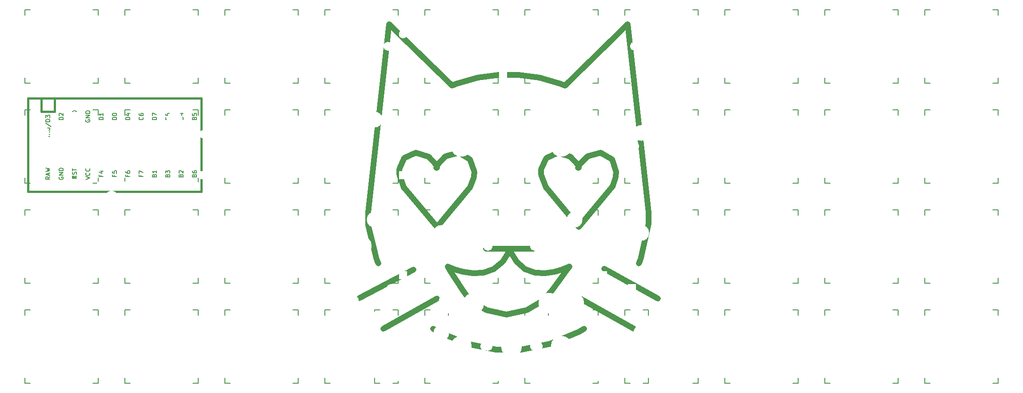
<source format=gto>
%TF.GenerationSoftware,KiCad,Pcbnew,(5.1.12-1-10_14)*%
%TF.CreationDate,2022-02-28T21:29:04-07:00*%
%TF.ProjectId,banime40,62616e69-6d65-4343-902e-6b696361645f,rev?*%
%TF.SameCoordinates,Original*%
%TF.FileFunction,Legend,Top*%
%TF.FilePolarity,Positive*%
%FSLAX46Y46*%
G04 Gerber Fmt 4.6, Leading zero omitted, Abs format (unit mm)*
G04 Created by KiCad (PCBNEW (5.1.12-1-10_14)) date 2022-02-28 21:29:04*
%MOMM*%
%LPD*%
G01*
G04 APERTURE LIST*
%ADD10C,1.102500*%
%ADD11C,0.150000*%
%ADD12C,0.381000*%
%ADD13C,1.701800*%
%ADD14C,3.987800*%
%ADD15C,3.000000*%
%ADD16C,3.048000*%
%ADD17C,2.200000*%
%ADD18R,1.600000X1.600000*%
%ADD19C,1.600000*%
%ADD20C,1.752600*%
%ADD21R,1.752600X1.752600*%
G04 APERTURE END LIST*
D10*
X162337970Y-99256120D02*
X162645620Y-98498545D01*
X109040495Y-105835840D02*
X119402526Y-100389910D01*
X112401545Y-98498545D02*
X112703421Y-99256120D01*
X110812055Y-91919035D02*
X112401545Y-98498545D01*
X110812055Y-89475160D02*
X110812055Y-91919035D01*
X114788406Y-53671840D02*
X110812055Y-89475160D01*
X126791060Y-65378500D02*
X114788406Y-53671840D01*
X127571525Y-65048065D02*
X126791060Y-65378500D01*
X131695820Y-63857470D02*
X127571525Y-65048065D01*
X135643715Y-63333310D02*
X131695820Y-63857470D01*
X136953905Y-63333310D02*
X135643715Y-63333310D01*
X138093155Y-63333310D02*
X136953905Y-63333310D01*
X139409120Y-63333310D02*
X138093155Y-63333310D01*
X143356805Y-63857470D02*
X139409120Y-63333310D01*
X147475430Y-65048065D02*
X143356805Y-63857470D01*
X148256000Y-65378500D02*
X147475430Y-65048065D01*
X160253090Y-53671840D02*
X148256000Y-65378500D01*
X164235005Y-89475160D02*
X160253090Y-53671840D01*
X164235005Y-91730980D02*
X164235005Y-89475160D01*
X128027225Y-78184405D02*
X130175000Y-79375000D01*
X125526545Y-78811045D02*
X128027225Y-78184405D01*
X123959840Y-80406205D02*
X125526545Y-78811045D01*
X123714980Y-81049855D02*
X123959840Y-80406205D01*
X150739670Y-80434660D02*
X150938960Y-81049855D01*
X149292665Y-78868060D02*
X150739670Y-80434660D01*
X146894465Y-78167395D02*
X149292665Y-78868060D01*
X144712670Y-79141480D02*
X146894465Y-78167395D01*
X143732810Y-81277705D02*
X144712670Y-79141480D01*
X143715696Y-81995485D02*
X143732810Y-81277705D01*
X143715696Y-82263235D02*
X143715696Y-81995485D01*
X144615860Y-84724120D02*
X143715696Y-82263235D01*
X144786695Y-84929185D02*
X144615860Y-84724120D01*
X150938960Y-92317720D02*
X144786695Y-84929185D01*
X157211030Y-84741235D02*
X150938960Y-92317720D01*
X157319180Y-84581635D02*
X157211030Y-84741235D01*
X157957265Y-82793065D02*
X157319180Y-84581635D01*
X157968710Y-82605010D02*
X157957265Y-82793065D01*
X158019950Y-81813205D02*
X157968710Y-82605010D01*
X157216700Y-79375000D02*
X158019950Y-81813205D01*
X155069135Y-78184405D02*
X157216700Y-79375000D01*
X152568245Y-78811045D02*
X155069135Y-78184405D01*
X151001750Y-80406205D02*
X152568245Y-78811045D01*
X150756680Y-81049855D02*
X151001750Y-80406205D01*
X161392340Y-111640660D02*
X151161245Y-105955435D01*
X165938210Y-105955435D02*
X155707115Y-100270315D01*
X124125006Y-112290086D02*
X123122466Y-111663446D01*
X129639500Y-114580135D02*
X124125006Y-112290086D01*
X135125225Y-115616905D02*
X129639500Y-114580135D01*
X136953905Y-115616905D02*
X135125225Y-115616905D01*
X138093155Y-115616905D02*
X136953905Y-115616905D01*
X139921835Y-115616905D02*
X138093155Y-115616905D01*
X145407665Y-114580135D02*
X139921835Y-115616905D01*
X150916280Y-112290086D02*
X145407665Y-114580135D01*
X151918820Y-111663446D02*
X150916280Y-112290086D01*
X113654615Y-111640660D02*
X123880250Y-105955435D01*
X149099045Y-99848635D02*
X149099045Y-99848635D01*
X149099045Y-99848635D02*
X149099045Y-99848635D01*
X148552100Y-100617655D02*
X149099045Y-99848635D01*
X147270365Y-102395095D02*
X148552100Y-100617655D01*
X145795010Y-104343265D02*
X147270365Y-102395095D01*
X144929075Y-105408595D02*
X145795010Y-104343265D01*
X144672875Y-105647890D02*
X144929075Y-105408595D01*
X143869625Y-106388455D02*
X144672875Y-105647890D01*
X140987060Y-108103105D02*
X143869625Y-106388455D01*
X137096390Y-108968935D02*
X140987060Y-108103105D01*
X133256750Y-108137230D02*
X137096390Y-108968935D01*
X130459760Y-106308655D02*
X133256750Y-108137230D01*
X129719195Y-105522520D02*
X130459760Y-106308655D01*
X129502685Y-105289000D02*
X129719195Y-105522520D01*
X128756450Y-104229340D02*
X129502685Y-105289000D01*
X127486055Y-102309625D02*
X128756450Y-104229340D01*
X126380930Y-100555075D02*
X127486055Y-102309625D01*
X125902445Y-99797290D02*
X126380930Y-100555075D01*
X125902445Y-99797290D02*
X125902445Y-99797290D01*
X125902445Y-99797290D02*
X125902445Y-99797290D01*
X126295460Y-99973900D02*
X125902445Y-99797290D01*
X127355120Y-100389910D02*
X126295460Y-99973900D01*
X128893265Y-100828495D02*
X127355120Y-100389910D01*
X130750295Y-101101915D02*
X128893265Y-100828495D01*
X132738365Y-100999435D02*
X130750295Y-101101915D01*
X134680865Y-100315780D02*
X132738365Y-100999435D01*
X136401290Y-98863106D02*
X134680865Y-100315780D01*
X137495075Y-97074536D02*
X136401290Y-98863106D01*
X137722820Y-96436451D02*
X137495075Y-97074536D01*
X137956445Y-97074536D02*
X137722820Y-96436451D01*
X139033115Y-98868776D02*
X137956445Y-97074536D01*
X140702195Y-100327120D02*
X139033115Y-98868776D01*
X142576445Y-101010775D02*
X140702195Y-100327120D01*
X144479150Y-101124700D02*
X142576445Y-101010775D01*
X146250710Y-100868290D02*
X144479150Y-101124700D01*
X147726170Y-100435375D02*
X146250710Y-100868290D01*
X148728710Y-100025245D02*
X147726170Y-100435375D01*
X149099045Y-99848635D02*
X148728710Y-100025245D01*
X149099045Y-99848635D02*
X149099045Y-99848635D01*
X142274465Y-96436451D02*
X133171280Y-96436451D01*
X123703640Y-80434660D02*
X123902930Y-81049855D01*
X122256635Y-78868060D02*
X123703640Y-80434660D01*
X119852556Y-78167395D02*
X122256635Y-78868060D01*
X117670760Y-79141480D02*
X119852556Y-78167395D01*
X116691005Y-81277705D02*
X117670760Y-79141480D01*
X116673890Y-81995485D02*
X116691005Y-81277705D01*
X116673890Y-82263235D02*
X116673890Y-81995485D01*
X117573950Y-84724120D02*
X116673890Y-82263235D01*
X117744891Y-84929185D02*
X117573950Y-84724120D01*
X123902930Y-92317720D02*
X117744891Y-84929185D01*
X130169225Y-84741235D02*
X123902930Y-92317720D01*
X130277480Y-84581635D02*
X130169225Y-84741235D01*
X130915460Y-82793065D02*
X130277480Y-84581635D01*
X162645620Y-98498545D02*
X164235005Y-91730980D01*
X130926905Y-82605010D02*
X130915460Y-82793065D01*
X130978040Y-81813205D02*
X130926905Y-82605010D01*
X130175000Y-79375000D02*
X130978040Y-81813205D01*
D11*
%TO.C,SW2*%
X211787500Y-50943750D02*
X211787500Y-51943750D01*
X210787500Y-64943750D02*
X211787500Y-64943750D01*
X211787500Y-50943750D02*
X210787500Y-50943750D01*
X211787500Y-63943750D02*
X211787500Y-64943750D01*
X197787500Y-64943750D02*
X197787500Y-63943750D01*
X198787500Y-50943750D02*
X197787500Y-50943750D01*
X197787500Y-64943750D02*
X198787500Y-64943750D01*
X197787500Y-51943750D02*
X197787500Y-50943750D01*
%TO.C,SW3*%
X192737500Y-50943750D02*
X192737500Y-51943750D01*
X191737500Y-64943750D02*
X192737500Y-64943750D01*
X192737500Y-50943750D02*
X191737500Y-50943750D01*
X192737500Y-63943750D02*
X192737500Y-64943750D01*
X178737500Y-64943750D02*
X178737500Y-63943750D01*
X179737500Y-50943750D02*
X178737500Y-50943750D01*
X178737500Y-64943750D02*
X179737500Y-64943750D01*
X178737500Y-51943750D02*
X178737500Y-50943750D01*
%TO.C,SW11*%
X230837500Y-69993750D02*
X230837500Y-70993750D01*
X229837500Y-83993750D02*
X230837500Y-83993750D01*
X230837500Y-69993750D02*
X229837500Y-69993750D01*
X230837500Y-82993750D02*
X230837500Y-83993750D01*
X216837500Y-83993750D02*
X216837500Y-82993750D01*
X217837500Y-69993750D02*
X216837500Y-69993750D01*
X216837500Y-83993750D02*
X217837500Y-83993750D01*
X216837500Y-70993750D02*
X216837500Y-69993750D01*
D12*
%TO.C,U1*%
X48560000Y-70400000D02*
X48560000Y-67860000D01*
X46020000Y-85640000D02*
X46020000Y-67860000D01*
X46020000Y-67860000D02*
X79040000Y-67860000D01*
X79040000Y-67860000D02*
X79040000Y-85640000D01*
X79040000Y-85640000D02*
X46020000Y-85640000D01*
D11*
G36*
X54449030Y-82594635D02*
G01*
X54549030Y-82594635D01*
X54549030Y-83094635D01*
X54449030Y-83094635D01*
X54449030Y-82594635D01*
G37*
X54449030Y-82594635D02*
X54549030Y-82594635D01*
X54549030Y-83094635D01*
X54449030Y-83094635D01*
X54449030Y-82594635D01*
G36*
X54449030Y-82594635D02*
G01*
X54749030Y-82594635D01*
X54749030Y-82694635D01*
X54449030Y-82694635D01*
X54449030Y-82594635D01*
G37*
X54449030Y-82594635D02*
X54749030Y-82594635D01*
X54749030Y-82694635D01*
X54449030Y-82694635D01*
X54449030Y-82594635D01*
G36*
X55049030Y-82594635D02*
G01*
X55249030Y-82594635D01*
X55249030Y-82694635D01*
X55049030Y-82694635D01*
X55049030Y-82594635D01*
G37*
X55049030Y-82594635D02*
X55249030Y-82594635D01*
X55249030Y-82694635D01*
X55049030Y-82694635D01*
X55049030Y-82594635D01*
G36*
X54449030Y-82994635D02*
G01*
X55249030Y-82994635D01*
X55249030Y-83094635D01*
X54449030Y-83094635D01*
X54449030Y-82994635D01*
G37*
X54449030Y-82994635D02*
X55249030Y-82994635D01*
X55249030Y-83094635D01*
X54449030Y-83094635D01*
X54449030Y-82994635D01*
G36*
X54849030Y-82794635D02*
G01*
X54949030Y-82794635D01*
X54949030Y-82894635D01*
X54849030Y-82894635D01*
X54849030Y-82794635D01*
G37*
X54849030Y-82794635D02*
X54949030Y-82794635D01*
X54949030Y-82894635D01*
X54849030Y-82894635D01*
X54849030Y-82794635D01*
D12*
X48560000Y-70400000D02*
X51100000Y-70400000D01*
X51100000Y-70400000D02*
X51100000Y-67860000D01*
D11*
%TO.C,SW43*%
X131112500Y-122093750D02*
X131112500Y-121093750D01*
X132112500Y-108093750D02*
X131112500Y-108093750D01*
X131112500Y-122093750D02*
X132112500Y-122093750D01*
X131112500Y-109093750D02*
X131112500Y-108093750D01*
X145112500Y-108093750D02*
X145112500Y-109093750D01*
X144112500Y-122093750D02*
X145112500Y-122093750D01*
X145112500Y-108093750D02*
X144112500Y-108093750D01*
X145112500Y-121093750D02*
X145112500Y-122093750D01*
%TO.C,SW42*%
X112062500Y-122093750D02*
X112062500Y-121093750D01*
X113062500Y-108093750D02*
X112062500Y-108093750D01*
X112062500Y-122093750D02*
X113062500Y-122093750D01*
X112062500Y-109093750D02*
X112062500Y-108093750D01*
X126062500Y-108093750D02*
X126062500Y-109093750D01*
X125062500Y-122093750D02*
X126062500Y-122093750D01*
X126062500Y-108093750D02*
X125062500Y-108093750D01*
X126062500Y-121093750D02*
X126062500Y-122093750D01*
%TO.C,SW41*%
X150162500Y-122093750D02*
X150162500Y-121093750D01*
X151162500Y-108093750D02*
X150162500Y-108093750D01*
X150162500Y-122093750D02*
X151162500Y-122093750D01*
X150162500Y-109093750D02*
X150162500Y-108093750D01*
X164162500Y-108093750D02*
X164162500Y-109093750D01*
X163162500Y-122093750D02*
X164162500Y-122093750D01*
X164162500Y-108093750D02*
X163162500Y-108093750D01*
X164162500Y-121093750D02*
X164162500Y-122093750D01*
%TO.C,SW40*%
X59387500Y-108093750D02*
X59387500Y-109093750D01*
X58387500Y-122093750D02*
X59387500Y-122093750D01*
X59387500Y-108093750D02*
X58387500Y-108093750D01*
X59387500Y-121093750D02*
X59387500Y-122093750D01*
X45387500Y-122093750D02*
X45387500Y-121093750D01*
X46387500Y-108093750D02*
X45387500Y-108093750D01*
X45387500Y-122093750D02*
X46387500Y-122093750D01*
X45387500Y-109093750D02*
X45387500Y-108093750D01*
%TO.C,SW39*%
X78437500Y-108093750D02*
X78437500Y-109093750D01*
X77437500Y-122093750D02*
X78437500Y-122093750D01*
X78437500Y-108093750D02*
X77437500Y-108093750D01*
X78437500Y-121093750D02*
X78437500Y-122093750D01*
X64437500Y-122093750D02*
X64437500Y-121093750D01*
X65437500Y-108093750D02*
X64437500Y-108093750D01*
X64437500Y-122093750D02*
X65437500Y-122093750D01*
X64437500Y-109093750D02*
X64437500Y-108093750D01*
%TO.C,SW38*%
X97487500Y-108093750D02*
X97487500Y-109093750D01*
X96487500Y-122093750D02*
X97487500Y-122093750D01*
X97487500Y-108093750D02*
X96487500Y-108093750D01*
X97487500Y-121093750D02*
X97487500Y-122093750D01*
X83487500Y-122093750D02*
X83487500Y-121093750D01*
X84487500Y-108093750D02*
X83487500Y-108093750D01*
X83487500Y-122093750D02*
X84487500Y-122093750D01*
X83487500Y-109093750D02*
X83487500Y-108093750D01*
%TO.C,SW37*%
X116537500Y-108093750D02*
X116537500Y-109093750D01*
X115537500Y-122093750D02*
X116537500Y-122093750D01*
X116537500Y-108093750D02*
X115537500Y-108093750D01*
X116537500Y-121093750D02*
X116537500Y-122093750D01*
X102537500Y-122093750D02*
X102537500Y-121093750D01*
X103537500Y-108093750D02*
X102537500Y-108093750D01*
X102537500Y-122093750D02*
X103537500Y-122093750D01*
X102537500Y-109093750D02*
X102537500Y-108093750D01*
%TO.C,SW36*%
X135587500Y-108093750D02*
X135587500Y-109093750D01*
X134587500Y-122093750D02*
X135587500Y-122093750D01*
X135587500Y-108093750D02*
X134587500Y-108093750D01*
X135587500Y-121093750D02*
X135587500Y-122093750D01*
X121587500Y-122093750D02*
X121587500Y-121093750D01*
X122587500Y-108093750D02*
X121587500Y-108093750D01*
X121587500Y-122093750D02*
X122587500Y-122093750D01*
X121587500Y-109093750D02*
X121587500Y-108093750D01*
%TO.C,SW35*%
X154637500Y-108093750D02*
X154637500Y-109093750D01*
X153637500Y-122093750D02*
X154637500Y-122093750D01*
X154637500Y-108093750D02*
X153637500Y-108093750D01*
X154637500Y-121093750D02*
X154637500Y-122093750D01*
X140637500Y-122093750D02*
X140637500Y-121093750D01*
X141637500Y-108093750D02*
X140637500Y-108093750D01*
X140637500Y-122093750D02*
X141637500Y-122093750D01*
X140637500Y-109093750D02*
X140637500Y-108093750D01*
%TO.C,SW34*%
X173687500Y-108093750D02*
X173687500Y-109093750D01*
X172687500Y-122093750D02*
X173687500Y-122093750D01*
X173687500Y-108093750D02*
X172687500Y-108093750D01*
X173687500Y-121093750D02*
X173687500Y-122093750D01*
X159687500Y-122093750D02*
X159687500Y-121093750D01*
X160687500Y-108093750D02*
X159687500Y-108093750D01*
X159687500Y-122093750D02*
X160687500Y-122093750D01*
X159687500Y-109093750D02*
X159687500Y-108093750D01*
%TO.C,SW33*%
X192737500Y-108093750D02*
X192737500Y-109093750D01*
X191737500Y-122093750D02*
X192737500Y-122093750D01*
X192737500Y-108093750D02*
X191737500Y-108093750D01*
X192737500Y-121093750D02*
X192737500Y-122093750D01*
X178737500Y-122093750D02*
X178737500Y-121093750D01*
X179737500Y-108093750D02*
X178737500Y-108093750D01*
X178737500Y-122093750D02*
X179737500Y-122093750D01*
X178737500Y-109093750D02*
X178737500Y-108093750D01*
%TO.C,SW32*%
X211787500Y-108093750D02*
X211787500Y-109093750D01*
X210787500Y-122093750D02*
X211787500Y-122093750D01*
X211787500Y-108093750D02*
X210787500Y-108093750D01*
X211787500Y-121093750D02*
X211787500Y-122093750D01*
X197787500Y-122093750D02*
X197787500Y-121093750D01*
X198787500Y-108093750D02*
X197787500Y-108093750D01*
X197787500Y-122093750D02*
X198787500Y-122093750D01*
X197787500Y-109093750D02*
X197787500Y-108093750D01*
%TO.C,SW31*%
X230837500Y-108093750D02*
X230837500Y-109093750D01*
X229837500Y-122093750D02*
X230837500Y-122093750D01*
X230837500Y-108093750D02*
X229837500Y-108093750D01*
X230837500Y-121093750D02*
X230837500Y-122093750D01*
X216837500Y-122093750D02*
X216837500Y-121093750D01*
X217837500Y-108093750D02*
X216837500Y-108093750D01*
X216837500Y-122093750D02*
X217837500Y-122093750D01*
X216837500Y-109093750D02*
X216837500Y-108093750D01*
%TO.C,SW30*%
X59387500Y-89043750D02*
X59387500Y-90043750D01*
X58387500Y-103043750D02*
X59387500Y-103043750D01*
X59387500Y-89043750D02*
X58387500Y-89043750D01*
X59387500Y-102043750D02*
X59387500Y-103043750D01*
X45387500Y-103043750D02*
X45387500Y-102043750D01*
X46387500Y-89043750D02*
X45387500Y-89043750D01*
X45387500Y-103043750D02*
X46387500Y-103043750D01*
X45387500Y-90043750D02*
X45387500Y-89043750D01*
%TO.C,SW29*%
X78437500Y-89043750D02*
X78437500Y-90043750D01*
X77437500Y-103043750D02*
X78437500Y-103043750D01*
X78437500Y-89043750D02*
X77437500Y-89043750D01*
X78437500Y-102043750D02*
X78437500Y-103043750D01*
X64437500Y-103043750D02*
X64437500Y-102043750D01*
X65437500Y-89043750D02*
X64437500Y-89043750D01*
X64437500Y-103043750D02*
X65437500Y-103043750D01*
X64437500Y-90043750D02*
X64437500Y-89043750D01*
%TO.C,SW28*%
X97487500Y-89043750D02*
X97487500Y-90043750D01*
X96487500Y-103043750D02*
X97487500Y-103043750D01*
X97487500Y-89043750D02*
X96487500Y-89043750D01*
X97487500Y-102043750D02*
X97487500Y-103043750D01*
X83487500Y-103043750D02*
X83487500Y-102043750D01*
X84487500Y-89043750D02*
X83487500Y-89043750D01*
X83487500Y-103043750D02*
X84487500Y-103043750D01*
X83487500Y-90043750D02*
X83487500Y-89043750D01*
%TO.C,SW27*%
X116537500Y-89043750D02*
X116537500Y-90043750D01*
X115537500Y-103043750D02*
X116537500Y-103043750D01*
X116537500Y-89043750D02*
X115537500Y-89043750D01*
X116537500Y-102043750D02*
X116537500Y-103043750D01*
X102537500Y-103043750D02*
X102537500Y-102043750D01*
X103537500Y-89043750D02*
X102537500Y-89043750D01*
X102537500Y-103043750D02*
X103537500Y-103043750D01*
X102537500Y-90043750D02*
X102537500Y-89043750D01*
%TO.C,SW26*%
X135587500Y-89043750D02*
X135587500Y-90043750D01*
X134587500Y-103043750D02*
X135587500Y-103043750D01*
X135587500Y-89043750D02*
X134587500Y-89043750D01*
X135587500Y-102043750D02*
X135587500Y-103043750D01*
X121587500Y-103043750D02*
X121587500Y-102043750D01*
X122587500Y-89043750D02*
X121587500Y-89043750D01*
X121587500Y-103043750D02*
X122587500Y-103043750D01*
X121587500Y-90043750D02*
X121587500Y-89043750D01*
%TO.C,SW25*%
X154637500Y-89043750D02*
X154637500Y-90043750D01*
X153637500Y-103043750D02*
X154637500Y-103043750D01*
X154637500Y-89043750D02*
X153637500Y-89043750D01*
X154637500Y-102043750D02*
X154637500Y-103043750D01*
X140637500Y-103043750D02*
X140637500Y-102043750D01*
X141637500Y-89043750D02*
X140637500Y-89043750D01*
X140637500Y-103043750D02*
X141637500Y-103043750D01*
X140637500Y-90043750D02*
X140637500Y-89043750D01*
%TO.C,SW24*%
X173687500Y-89043750D02*
X173687500Y-90043750D01*
X172687500Y-103043750D02*
X173687500Y-103043750D01*
X173687500Y-89043750D02*
X172687500Y-89043750D01*
X173687500Y-102043750D02*
X173687500Y-103043750D01*
X159687500Y-103043750D02*
X159687500Y-102043750D01*
X160687500Y-89043750D02*
X159687500Y-89043750D01*
X159687500Y-103043750D02*
X160687500Y-103043750D01*
X159687500Y-90043750D02*
X159687500Y-89043750D01*
%TO.C,SW23*%
X192737500Y-89043750D02*
X192737500Y-90043750D01*
X191737500Y-103043750D02*
X192737500Y-103043750D01*
X192737500Y-89043750D02*
X191737500Y-89043750D01*
X192737500Y-102043750D02*
X192737500Y-103043750D01*
X178737500Y-103043750D02*
X178737500Y-102043750D01*
X179737500Y-89043750D02*
X178737500Y-89043750D01*
X178737500Y-103043750D02*
X179737500Y-103043750D01*
X178737500Y-90043750D02*
X178737500Y-89043750D01*
%TO.C,SW22*%
X211787500Y-89043750D02*
X211787500Y-90043750D01*
X210787500Y-103043750D02*
X211787500Y-103043750D01*
X211787500Y-89043750D02*
X210787500Y-89043750D01*
X211787500Y-102043750D02*
X211787500Y-103043750D01*
X197787500Y-103043750D02*
X197787500Y-102043750D01*
X198787500Y-89043750D02*
X197787500Y-89043750D01*
X197787500Y-103043750D02*
X198787500Y-103043750D01*
X197787500Y-90043750D02*
X197787500Y-89043750D01*
%TO.C,SW21*%
X230837500Y-89043750D02*
X230837500Y-90043750D01*
X229837500Y-103043750D02*
X230837500Y-103043750D01*
X230837500Y-89043750D02*
X229837500Y-89043750D01*
X230837500Y-102043750D02*
X230837500Y-103043750D01*
X216837500Y-103043750D02*
X216837500Y-102043750D01*
X217837500Y-89043750D02*
X216837500Y-89043750D01*
X216837500Y-103043750D02*
X217837500Y-103043750D01*
X216837500Y-90043750D02*
X216837500Y-89043750D01*
%TO.C,SW20*%
X59387500Y-69993750D02*
X59387500Y-70993750D01*
X58387500Y-83993750D02*
X59387500Y-83993750D01*
X59387500Y-69993750D02*
X58387500Y-69993750D01*
X59387500Y-82993750D02*
X59387500Y-83993750D01*
X45387500Y-83993750D02*
X45387500Y-82993750D01*
X46387500Y-69993750D02*
X45387500Y-69993750D01*
X45387500Y-83993750D02*
X46387500Y-83993750D01*
X45387500Y-70993750D02*
X45387500Y-69993750D01*
%TO.C,SW19*%
X78437500Y-69993750D02*
X78437500Y-70993750D01*
X77437500Y-83993750D02*
X78437500Y-83993750D01*
X78437500Y-69993750D02*
X77437500Y-69993750D01*
X78437500Y-82993750D02*
X78437500Y-83993750D01*
X64437500Y-83993750D02*
X64437500Y-82993750D01*
X65437500Y-69993750D02*
X64437500Y-69993750D01*
X64437500Y-83993750D02*
X65437500Y-83993750D01*
X64437500Y-70993750D02*
X64437500Y-69993750D01*
%TO.C,SW18*%
X97487500Y-69993750D02*
X97487500Y-70993750D01*
X96487500Y-83993750D02*
X97487500Y-83993750D01*
X97487500Y-69993750D02*
X96487500Y-69993750D01*
X97487500Y-82993750D02*
X97487500Y-83993750D01*
X83487500Y-83993750D02*
X83487500Y-82993750D01*
X84487500Y-69993750D02*
X83487500Y-69993750D01*
X83487500Y-83993750D02*
X84487500Y-83993750D01*
X83487500Y-70993750D02*
X83487500Y-69993750D01*
%TO.C,SW17*%
X116537500Y-69993750D02*
X116537500Y-70993750D01*
X115537500Y-83993750D02*
X116537500Y-83993750D01*
X116537500Y-69993750D02*
X115537500Y-69993750D01*
X116537500Y-82993750D02*
X116537500Y-83993750D01*
X102537500Y-83993750D02*
X102537500Y-82993750D01*
X103537500Y-69993750D02*
X102537500Y-69993750D01*
X102537500Y-83993750D02*
X103537500Y-83993750D01*
X102537500Y-70993750D02*
X102537500Y-69993750D01*
%TO.C,SW16*%
X135587500Y-69993750D02*
X135587500Y-70993750D01*
X134587500Y-83993750D02*
X135587500Y-83993750D01*
X135587500Y-69993750D02*
X134587500Y-69993750D01*
X135587500Y-82993750D02*
X135587500Y-83993750D01*
X121587500Y-83993750D02*
X121587500Y-82993750D01*
X122587500Y-69993750D02*
X121587500Y-69993750D01*
X121587500Y-83993750D02*
X122587500Y-83993750D01*
X121587500Y-70993750D02*
X121587500Y-69993750D01*
%TO.C,SW15*%
X154637500Y-69993750D02*
X154637500Y-70993750D01*
X153637500Y-83993750D02*
X154637500Y-83993750D01*
X154637500Y-69993750D02*
X153637500Y-69993750D01*
X154637500Y-82993750D02*
X154637500Y-83993750D01*
X140637500Y-83993750D02*
X140637500Y-82993750D01*
X141637500Y-69993750D02*
X140637500Y-69993750D01*
X140637500Y-83993750D02*
X141637500Y-83993750D01*
X140637500Y-70993750D02*
X140637500Y-69993750D01*
%TO.C,SW14*%
X173687500Y-69993750D02*
X173687500Y-70993750D01*
X172687500Y-83993750D02*
X173687500Y-83993750D01*
X173687500Y-69993750D02*
X172687500Y-69993750D01*
X173687500Y-82993750D02*
X173687500Y-83993750D01*
X159687500Y-83993750D02*
X159687500Y-82993750D01*
X160687500Y-69993750D02*
X159687500Y-69993750D01*
X159687500Y-83993750D02*
X160687500Y-83993750D01*
X159687500Y-70993750D02*
X159687500Y-69993750D01*
%TO.C,SW13*%
X192737500Y-69993750D02*
X192737500Y-70993750D01*
X191737500Y-83993750D02*
X192737500Y-83993750D01*
X192737500Y-69993750D02*
X191737500Y-69993750D01*
X192737500Y-82993750D02*
X192737500Y-83993750D01*
X178737500Y-83993750D02*
X178737500Y-82993750D01*
X179737500Y-69993750D02*
X178737500Y-69993750D01*
X178737500Y-83993750D02*
X179737500Y-83993750D01*
X178737500Y-70993750D02*
X178737500Y-69993750D01*
%TO.C,SW12*%
X211787500Y-69993750D02*
X211787500Y-70993750D01*
X210787500Y-83993750D02*
X211787500Y-83993750D01*
X211787500Y-69993750D02*
X210787500Y-69993750D01*
X211787500Y-82993750D02*
X211787500Y-83993750D01*
X197787500Y-83993750D02*
X197787500Y-82993750D01*
X198787500Y-69993750D02*
X197787500Y-69993750D01*
X197787500Y-83993750D02*
X198787500Y-83993750D01*
X197787500Y-70993750D02*
X197787500Y-69993750D01*
%TO.C,SW10*%
X59387500Y-50943750D02*
X59387500Y-51943750D01*
X58387500Y-64943750D02*
X59387500Y-64943750D01*
X59387500Y-50943750D02*
X58387500Y-50943750D01*
X59387500Y-63943750D02*
X59387500Y-64943750D01*
X45387500Y-64943750D02*
X45387500Y-63943750D01*
X46387500Y-50943750D02*
X45387500Y-50943750D01*
X45387500Y-64943750D02*
X46387500Y-64943750D01*
X45387500Y-51943750D02*
X45387500Y-50943750D01*
%TO.C,SW9*%
X78437500Y-50943750D02*
X78437500Y-51943750D01*
X77437500Y-64943750D02*
X78437500Y-64943750D01*
X78437500Y-50943750D02*
X77437500Y-50943750D01*
X78437500Y-63943750D02*
X78437500Y-64943750D01*
X64437500Y-64943750D02*
X64437500Y-63943750D01*
X65437500Y-50943750D02*
X64437500Y-50943750D01*
X64437500Y-64943750D02*
X65437500Y-64943750D01*
X64437500Y-51943750D02*
X64437500Y-50943750D01*
%TO.C,SW8*%
X97487500Y-50943750D02*
X97487500Y-51943750D01*
X96487500Y-64943750D02*
X97487500Y-64943750D01*
X97487500Y-50943750D02*
X96487500Y-50943750D01*
X97487500Y-63943750D02*
X97487500Y-64943750D01*
X83487500Y-64943750D02*
X83487500Y-63943750D01*
X84487500Y-50943750D02*
X83487500Y-50943750D01*
X83487500Y-64943750D02*
X84487500Y-64943750D01*
X83487500Y-51943750D02*
X83487500Y-50943750D01*
%TO.C,SW7*%
X116537500Y-50943750D02*
X116537500Y-51943750D01*
X115537500Y-64943750D02*
X116537500Y-64943750D01*
X116537500Y-50943750D02*
X115537500Y-50943750D01*
X116537500Y-63943750D02*
X116537500Y-64943750D01*
X102537500Y-64943750D02*
X102537500Y-63943750D01*
X103537500Y-50943750D02*
X102537500Y-50943750D01*
X102537500Y-64943750D02*
X103537500Y-64943750D01*
X102537500Y-51943750D02*
X102537500Y-50943750D01*
%TO.C,SW6*%
X135587500Y-50943750D02*
X135587500Y-51943750D01*
X134587500Y-64943750D02*
X135587500Y-64943750D01*
X135587500Y-50943750D02*
X134587500Y-50943750D01*
X135587500Y-63943750D02*
X135587500Y-64943750D01*
X121587500Y-64943750D02*
X121587500Y-63943750D01*
X122587500Y-50943750D02*
X121587500Y-50943750D01*
X121587500Y-64943750D02*
X122587500Y-64943750D01*
X121587500Y-51943750D02*
X121587500Y-50943750D01*
%TO.C,SW5*%
X154637500Y-50943750D02*
X154637500Y-51943750D01*
X153637500Y-64943750D02*
X154637500Y-64943750D01*
X154637500Y-50943750D02*
X153637500Y-50943750D01*
X154637500Y-63943750D02*
X154637500Y-64943750D01*
X140637500Y-64943750D02*
X140637500Y-63943750D01*
X141637500Y-50943750D02*
X140637500Y-50943750D01*
X140637500Y-64943750D02*
X141637500Y-64943750D01*
X140637500Y-51943750D02*
X140637500Y-50943750D01*
%TO.C,SW4*%
X173687500Y-50943750D02*
X173687500Y-51943750D01*
X172687500Y-64943750D02*
X173687500Y-64943750D01*
X173687500Y-50943750D02*
X172687500Y-50943750D01*
X173687500Y-63943750D02*
X173687500Y-64943750D01*
X159687500Y-64943750D02*
X159687500Y-63943750D01*
X160687500Y-50943750D02*
X159687500Y-50943750D01*
X159687500Y-64943750D02*
X160687500Y-64943750D01*
X159687500Y-51943750D02*
X159687500Y-50943750D01*
%TO.C,SW1*%
X230837500Y-50943750D02*
X230837500Y-51943750D01*
X229837500Y-64943750D02*
X230837500Y-64943750D01*
X230837500Y-50943750D02*
X229837500Y-50943750D01*
X230837500Y-63943750D02*
X230837500Y-64943750D01*
X216837500Y-64943750D02*
X216837500Y-63943750D01*
X217837500Y-50943750D02*
X216837500Y-50943750D01*
X216837500Y-64943750D02*
X217837500Y-64943750D01*
X216837500Y-51943750D02*
X216837500Y-50943750D01*
%TO.C,U1*%
X55213809Y-82323333D02*
X55251904Y-82209047D01*
X55251904Y-82018571D01*
X55213809Y-81942380D01*
X55175714Y-81904285D01*
X55099523Y-81866190D01*
X55023333Y-81866190D01*
X54947142Y-81904285D01*
X54909047Y-81942380D01*
X54870952Y-82018571D01*
X54832857Y-82170952D01*
X54794761Y-82247142D01*
X54756666Y-82285238D01*
X54680476Y-82323333D01*
X54604285Y-82323333D01*
X54528095Y-82285238D01*
X54490000Y-82247142D01*
X54451904Y-82170952D01*
X54451904Y-81980476D01*
X54490000Y-81866190D01*
X54451904Y-81637619D02*
X54451904Y-81180476D01*
X55251904Y-81409047D02*
X54451904Y-81409047D01*
X49391904Y-75368604D02*
X49391904Y-74911461D01*
X50191904Y-75140032D02*
X49391904Y-75140032D01*
X49391904Y-74720985D02*
X50191904Y-74187651D01*
X49391904Y-74187651D02*
X50191904Y-74720985D01*
X49391904Y-73730508D02*
X49391904Y-73654318D01*
X49430000Y-73578128D01*
X49468095Y-73540032D01*
X49544285Y-73501937D01*
X49696666Y-73463842D01*
X49887142Y-73463842D01*
X50039523Y-73501937D01*
X50115714Y-73540032D01*
X50153809Y-73578128D01*
X50191904Y-73654318D01*
X50191904Y-73730508D01*
X50153809Y-73806699D01*
X50115714Y-73844794D01*
X50039523Y-73882889D01*
X49887142Y-73920985D01*
X49696666Y-73920985D01*
X49544285Y-73882889D01*
X49468095Y-73844794D01*
X49430000Y-73806699D01*
X49391904Y-73730508D01*
X49353809Y-72549556D02*
X50382380Y-73235270D01*
X50191904Y-72282889D02*
X49391904Y-72282889D01*
X49391904Y-72092413D01*
X49430000Y-71978128D01*
X49506190Y-71901937D01*
X49582380Y-71863842D01*
X49734761Y-71825747D01*
X49849047Y-71825747D01*
X50001428Y-71863842D01*
X50077619Y-71901937D01*
X50153809Y-71978128D01*
X50191904Y-72092413D01*
X50191904Y-72282889D01*
X49391904Y-71559080D02*
X49391904Y-71063842D01*
X49696666Y-71330508D01*
X49696666Y-71216223D01*
X49734761Y-71140032D01*
X49772857Y-71101937D01*
X49849047Y-71063842D01*
X50039523Y-71063842D01*
X50115714Y-71101937D01*
X50153809Y-71140032D01*
X50191904Y-71216223D01*
X50191904Y-71444794D01*
X50153809Y-71520985D01*
X50115714Y-71559080D01*
X75172857Y-82534809D02*
X75210952Y-82420523D01*
X75249047Y-82382428D01*
X75325238Y-82344333D01*
X75439523Y-82344333D01*
X75515714Y-82382428D01*
X75553809Y-82420523D01*
X75591904Y-82496714D01*
X75591904Y-82801476D01*
X74791904Y-82801476D01*
X74791904Y-82534809D01*
X74830000Y-82458619D01*
X74868095Y-82420523D01*
X74944285Y-82382428D01*
X75020476Y-82382428D01*
X75096666Y-82420523D01*
X75134761Y-82458619D01*
X75172857Y-82534809D01*
X75172857Y-82801476D01*
X74868095Y-82039571D02*
X74830000Y-82001476D01*
X74791904Y-81925285D01*
X74791904Y-81734809D01*
X74830000Y-81658619D01*
X74868095Y-81620523D01*
X74944285Y-81582428D01*
X75020476Y-81582428D01*
X75134761Y-81620523D01*
X75591904Y-82077666D01*
X75591904Y-81582428D01*
X67552857Y-82477666D02*
X67552857Y-82744333D01*
X67971904Y-82744333D02*
X67171904Y-82744333D01*
X67171904Y-82363380D01*
X67171904Y-82134809D02*
X67171904Y-81601476D01*
X67971904Y-81944333D01*
X65012857Y-82477666D02*
X65012857Y-82744333D01*
X65431904Y-82744333D02*
X64631904Y-82744333D01*
X64631904Y-82363380D01*
X64631904Y-81715761D02*
X64631904Y-81868142D01*
X64670000Y-81944333D01*
X64708095Y-81982428D01*
X64822380Y-82058619D01*
X64974761Y-82096714D01*
X65279523Y-82096714D01*
X65355714Y-82058619D01*
X65393809Y-82020523D01*
X65431904Y-81944333D01*
X65431904Y-81791952D01*
X65393809Y-81715761D01*
X65355714Y-81677666D01*
X65279523Y-81639571D01*
X65089047Y-81639571D01*
X65012857Y-81677666D01*
X64974761Y-81715761D01*
X64936666Y-81791952D01*
X64936666Y-81944333D01*
X64974761Y-82020523D01*
X65012857Y-82058619D01*
X65089047Y-82096714D01*
X62472857Y-82477666D02*
X62472857Y-82744333D01*
X62891904Y-82744333D02*
X62091904Y-82744333D01*
X62091904Y-82363380D01*
X62091904Y-81677666D02*
X62091904Y-82058619D01*
X62472857Y-82096714D01*
X62434761Y-82058619D01*
X62396666Y-81982428D01*
X62396666Y-81791952D01*
X62434761Y-81715761D01*
X62472857Y-81677666D01*
X62549047Y-81639571D01*
X62739523Y-81639571D01*
X62815714Y-81677666D01*
X62853809Y-81715761D01*
X62891904Y-81791952D01*
X62891904Y-81982428D01*
X62853809Y-82058619D01*
X62815714Y-82096714D01*
X50191904Y-82763380D02*
X49810952Y-83030047D01*
X50191904Y-83220523D02*
X49391904Y-83220523D01*
X49391904Y-82915761D01*
X49430000Y-82839571D01*
X49468095Y-82801476D01*
X49544285Y-82763380D01*
X49658571Y-82763380D01*
X49734761Y-82801476D01*
X49772857Y-82839571D01*
X49810952Y-82915761D01*
X49810952Y-83220523D01*
X49963333Y-82458619D02*
X49963333Y-82077666D01*
X50191904Y-82534809D02*
X49391904Y-82268142D01*
X50191904Y-82001476D01*
X49391904Y-81811000D02*
X50191904Y-81620523D01*
X49620476Y-81468142D01*
X50191904Y-81315761D01*
X49391904Y-81125285D01*
X51970000Y-82820523D02*
X51931904Y-82896714D01*
X51931904Y-83011000D01*
X51970000Y-83125285D01*
X52046190Y-83201476D01*
X52122380Y-83239571D01*
X52274761Y-83277666D01*
X52389047Y-83277666D01*
X52541428Y-83239571D01*
X52617619Y-83201476D01*
X52693809Y-83125285D01*
X52731904Y-83011000D01*
X52731904Y-82934809D01*
X52693809Y-82820523D01*
X52655714Y-82782428D01*
X52389047Y-82782428D01*
X52389047Y-82934809D01*
X52731904Y-82439571D02*
X51931904Y-82439571D01*
X52731904Y-81982428D01*
X51931904Y-81982428D01*
X52731904Y-81601476D02*
X51931904Y-81601476D01*
X51931904Y-81411000D01*
X51970000Y-81296714D01*
X52046190Y-81220523D01*
X52122380Y-81182428D01*
X52274761Y-81144333D01*
X52389047Y-81144333D01*
X52541428Y-81182428D01*
X52617619Y-81220523D01*
X52693809Y-81296714D01*
X52731904Y-81411000D01*
X52731904Y-81601476D01*
X57011904Y-83277666D02*
X57811904Y-83011000D01*
X57011904Y-82744333D01*
X57735714Y-82020523D02*
X57773809Y-82058619D01*
X57811904Y-82172904D01*
X57811904Y-82249095D01*
X57773809Y-82363380D01*
X57697619Y-82439571D01*
X57621428Y-82477666D01*
X57469047Y-82515761D01*
X57354761Y-82515761D01*
X57202380Y-82477666D01*
X57126190Y-82439571D01*
X57050000Y-82363380D01*
X57011904Y-82249095D01*
X57011904Y-82172904D01*
X57050000Y-82058619D01*
X57088095Y-82020523D01*
X57735714Y-81220523D02*
X57773809Y-81258619D01*
X57811904Y-81372904D01*
X57811904Y-81449095D01*
X57773809Y-81563380D01*
X57697619Y-81639571D01*
X57621428Y-81677666D01*
X57469047Y-81715761D01*
X57354761Y-81715761D01*
X57202380Y-81677666D01*
X57126190Y-81639571D01*
X57050000Y-81563380D01*
X57011904Y-81449095D01*
X57011904Y-81372904D01*
X57050000Y-81258619D01*
X57088095Y-81220523D01*
X59932857Y-82477666D02*
X59932857Y-82744333D01*
X60351904Y-82744333D02*
X59551904Y-82744333D01*
X59551904Y-82363380D01*
X59818571Y-81715761D02*
X60351904Y-81715761D01*
X59513809Y-81906238D02*
X60085238Y-82096714D01*
X60085238Y-81601476D01*
X70092857Y-82534809D02*
X70130952Y-82420523D01*
X70169047Y-82382428D01*
X70245238Y-82344333D01*
X70359523Y-82344333D01*
X70435714Y-82382428D01*
X70473809Y-82420523D01*
X70511904Y-82496714D01*
X70511904Y-82801476D01*
X69711904Y-82801476D01*
X69711904Y-82534809D01*
X69750000Y-82458619D01*
X69788095Y-82420523D01*
X69864285Y-82382428D01*
X69940476Y-82382428D01*
X70016666Y-82420523D01*
X70054761Y-82458619D01*
X70092857Y-82534809D01*
X70092857Y-82801476D01*
X70511904Y-81582428D02*
X70511904Y-82039571D01*
X70511904Y-81811000D02*
X69711904Y-81811000D01*
X69826190Y-81887190D01*
X69902380Y-81963380D01*
X69940476Y-82039571D01*
X72632857Y-82534809D02*
X72670952Y-82420523D01*
X72709047Y-82382428D01*
X72785238Y-82344333D01*
X72899523Y-82344333D01*
X72975714Y-82382428D01*
X73013809Y-82420523D01*
X73051904Y-82496714D01*
X73051904Y-82801476D01*
X72251904Y-82801476D01*
X72251904Y-82534809D01*
X72290000Y-82458619D01*
X72328095Y-82420523D01*
X72404285Y-82382428D01*
X72480476Y-82382428D01*
X72556666Y-82420523D01*
X72594761Y-82458619D01*
X72632857Y-82534809D01*
X72632857Y-82801476D01*
X72251904Y-82077666D02*
X72251904Y-81582428D01*
X72556666Y-81849095D01*
X72556666Y-81734809D01*
X72594761Y-81658619D01*
X72632857Y-81620523D01*
X72709047Y-81582428D01*
X72899523Y-81582428D01*
X72975714Y-81620523D01*
X73013809Y-81658619D01*
X73051904Y-81734809D01*
X73051904Y-81963380D01*
X73013809Y-82039571D01*
X72975714Y-82077666D01*
X77712857Y-82534809D02*
X77750952Y-82420523D01*
X77789047Y-82382428D01*
X77865238Y-82344333D01*
X77979523Y-82344333D01*
X78055714Y-82382428D01*
X78093809Y-82420523D01*
X78131904Y-82496714D01*
X78131904Y-82801476D01*
X77331904Y-82801476D01*
X77331904Y-82534809D01*
X77370000Y-82458619D01*
X77408095Y-82420523D01*
X77484285Y-82382428D01*
X77560476Y-82382428D01*
X77636666Y-82420523D01*
X77674761Y-82458619D01*
X77712857Y-82534809D01*
X77712857Y-82801476D01*
X77331904Y-81658619D02*
X77331904Y-81811000D01*
X77370000Y-81887190D01*
X77408095Y-81925285D01*
X77522380Y-82001476D01*
X77674761Y-82039571D01*
X77979523Y-82039571D01*
X78055714Y-82001476D01*
X78093809Y-81963380D01*
X78131904Y-81887190D01*
X78131904Y-81734809D01*
X78093809Y-81658619D01*
X78055714Y-81620523D01*
X77979523Y-81582428D01*
X77789047Y-81582428D01*
X77712857Y-81620523D01*
X77674761Y-81658619D01*
X77636666Y-81734809D01*
X77636666Y-81887190D01*
X77674761Y-81963380D01*
X77712857Y-82001476D01*
X77789047Y-82039571D01*
X77712857Y-71612809D02*
X77750952Y-71498523D01*
X77789047Y-71460428D01*
X77865238Y-71422333D01*
X77979523Y-71422333D01*
X78055714Y-71460428D01*
X78093809Y-71498523D01*
X78131904Y-71574714D01*
X78131904Y-71879476D01*
X77331904Y-71879476D01*
X77331904Y-71612809D01*
X77370000Y-71536619D01*
X77408095Y-71498523D01*
X77484285Y-71460428D01*
X77560476Y-71460428D01*
X77636666Y-71498523D01*
X77674761Y-71536619D01*
X77712857Y-71612809D01*
X77712857Y-71879476D01*
X77331904Y-70698523D02*
X77331904Y-71079476D01*
X77712857Y-71117571D01*
X77674761Y-71079476D01*
X77636666Y-71003285D01*
X77636666Y-70812809D01*
X77674761Y-70736619D01*
X77712857Y-70698523D01*
X77789047Y-70660428D01*
X77979523Y-70660428D01*
X78055714Y-70698523D01*
X78093809Y-70736619D01*
X78131904Y-70812809D01*
X78131904Y-71003285D01*
X78093809Y-71079476D01*
X78055714Y-71117571D01*
X75172857Y-71612809D02*
X75210952Y-71498523D01*
X75249047Y-71460428D01*
X75325238Y-71422333D01*
X75439523Y-71422333D01*
X75515714Y-71460428D01*
X75553809Y-71498523D01*
X75591904Y-71574714D01*
X75591904Y-71879476D01*
X74791904Y-71879476D01*
X74791904Y-71612809D01*
X74830000Y-71536619D01*
X74868095Y-71498523D01*
X74944285Y-71460428D01*
X75020476Y-71460428D01*
X75096666Y-71498523D01*
X75134761Y-71536619D01*
X75172857Y-71612809D01*
X75172857Y-71879476D01*
X75058571Y-70736619D02*
X75591904Y-70736619D01*
X74753809Y-70927095D02*
X75325238Y-71117571D01*
X75325238Y-70622333D01*
X72632857Y-71841380D02*
X72632857Y-71574714D01*
X73051904Y-71460428D02*
X73051904Y-71841380D01*
X72251904Y-71841380D01*
X72251904Y-71460428D01*
X72251904Y-70774714D02*
X72251904Y-70927095D01*
X72290000Y-71003285D01*
X72328095Y-71041380D01*
X72442380Y-71117571D01*
X72594761Y-71155666D01*
X72899523Y-71155666D01*
X72975714Y-71117571D01*
X73013809Y-71079476D01*
X73051904Y-71003285D01*
X73051904Y-70850904D01*
X73013809Y-70774714D01*
X72975714Y-70736619D01*
X72899523Y-70698523D01*
X72709047Y-70698523D01*
X72632857Y-70736619D01*
X72594761Y-70774714D01*
X72556666Y-70850904D01*
X72556666Y-71003285D01*
X72594761Y-71079476D01*
X72632857Y-71117571D01*
X72709047Y-71155666D01*
X70511904Y-71879476D02*
X69711904Y-71879476D01*
X69711904Y-71689000D01*
X69750000Y-71574714D01*
X69826190Y-71498523D01*
X69902380Y-71460428D01*
X70054761Y-71422333D01*
X70169047Y-71422333D01*
X70321428Y-71460428D01*
X70397619Y-71498523D01*
X70473809Y-71574714D01*
X70511904Y-71689000D01*
X70511904Y-71879476D01*
X69711904Y-71155666D02*
X69711904Y-70622333D01*
X70511904Y-70965190D01*
X67895714Y-71422333D02*
X67933809Y-71460428D01*
X67971904Y-71574714D01*
X67971904Y-71650904D01*
X67933809Y-71765190D01*
X67857619Y-71841380D01*
X67781428Y-71879476D01*
X67629047Y-71917571D01*
X67514761Y-71917571D01*
X67362380Y-71879476D01*
X67286190Y-71841380D01*
X67210000Y-71765190D01*
X67171904Y-71650904D01*
X67171904Y-71574714D01*
X67210000Y-71460428D01*
X67248095Y-71422333D01*
X67171904Y-70736619D02*
X67171904Y-70889000D01*
X67210000Y-70965190D01*
X67248095Y-71003285D01*
X67362380Y-71079476D01*
X67514761Y-71117571D01*
X67819523Y-71117571D01*
X67895714Y-71079476D01*
X67933809Y-71041380D01*
X67971904Y-70965190D01*
X67971904Y-70812809D01*
X67933809Y-70736619D01*
X67895714Y-70698523D01*
X67819523Y-70660428D01*
X67629047Y-70660428D01*
X67552857Y-70698523D01*
X67514761Y-70736619D01*
X67476666Y-70812809D01*
X67476666Y-70965190D01*
X67514761Y-71041380D01*
X67552857Y-71079476D01*
X67629047Y-71117571D01*
X65431904Y-71879476D02*
X64631904Y-71879476D01*
X64631904Y-71689000D01*
X64670000Y-71574714D01*
X64746190Y-71498523D01*
X64822380Y-71460428D01*
X64974761Y-71422333D01*
X65089047Y-71422333D01*
X65241428Y-71460428D01*
X65317619Y-71498523D01*
X65393809Y-71574714D01*
X65431904Y-71689000D01*
X65431904Y-71879476D01*
X64898571Y-70736619D02*
X65431904Y-70736619D01*
X64593809Y-70927095D02*
X65165238Y-71117571D01*
X65165238Y-70622333D01*
X54510000Y-71898523D02*
X54471904Y-71974714D01*
X54471904Y-72089000D01*
X54510000Y-72203285D01*
X54586190Y-72279476D01*
X54662380Y-72317571D01*
X54814761Y-72355666D01*
X54929047Y-72355666D01*
X55081428Y-72317571D01*
X55157619Y-72279476D01*
X55233809Y-72203285D01*
X55271904Y-72089000D01*
X55271904Y-72012809D01*
X55233809Y-71898523D01*
X55195714Y-71860428D01*
X54929047Y-71860428D01*
X54929047Y-72012809D01*
X55271904Y-71517571D02*
X54471904Y-71517571D01*
X55271904Y-71060428D01*
X54471904Y-71060428D01*
X55271904Y-70679476D02*
X54471904Y-70679476D01*
X54471904Y-70489000D01*
X54510000Y-70374714D01*
X54586190Y-70298523D01*
X54662380Y-70260428D01*
X54814761Y-70222333D01*
X54929047Y-70222333D01*
X55081428Y-70260428D01*
X55157619Y-70298523D01*
X55233809Y-70374714D01*
X55271904Y-70489000D01*
X55271904Y-70679476D01*
X57050000Y-71898523D02*
X57011904Y-71974714D01*
X57011904Y-72089000D01*
X57050000Y-72203285D01*
X57126190Y-72279476D01*
X57202380Y-72317571D01*
X57354761Y-72355666D01*
X57469047Y-72355666D01*
X57621428Y-72317571D01*
X57697619Y-72279476D01*
X57773809Y-72203285D01*
X57811904Y-72089000D01*
X57811904Y-72012809D01*
X57773809Y-71898523D01*
X57735714Y-71860428D01*
X57469047Y-71860428D01*
X57469047Y-72012809D01*
X57811904Y-71517571D02*
X57011904Y-71517571D01*
X57811904Y-71060428D01*
X57011904Y-71060428D01*
X57811904Y-70679476D02*
X57011904Y-70679476D01*
X57011904Y-70489000D01*
X57050000Y-70374714D01*
X57126190Y-70298523D01*
X57202380Y-70260428D01*
X57354761Y-70222333D01*
X57469047Y-70222333D01*
X57621428Y-70260428D01*
X57697619Y-70298523D01*
X57773809Y-70374714D01*
X57811904Y-70489000D01*
X57811904Y-70679476D01*
X60351904Y-71879476D02*
X59551904Y-71879476D01*
X59551904Y-71689000D01*
X59590000Y-71574714D01*
X59666190Y-71498523D01*
X59742380Y-71460428D01*
X59894761Y-71422333D01*
X60009047Y-71422333D01*
X60161428Y-71460428D01*
X60237619Y-71498523D01*
X60313809Y-71574714D01*
X60351904Y-71689000D01*
X60351904Y-71879476D01*
X60351904Y-70660428D02*
X60351904Y-71117571D01*
X60351904Y-70889000D02*
X59551904Y-70889000D01*
X59666190Y-70965190D01*
X59742380Y-71041380D01*
X59780476Y-71117571D01*
X62891904Y-71879476D02*
X62091904Y-71879476D01*
X62091904Y-71689000D01*
X62130000Y-71574714D01*
X62206190Y-71498523D01*
X62282380Y-71460428D01*
X62434761Y-71422333D01*
X62549047Y-71422333D01*
X62701428Y-71460428D01*
X62777619Y-71498523D01*
X62853809Y-71574714D01*
X62891904Y-71689000D01*
X62891904Y-71879476D01*
X62091904Y-70927095D02*
X62091904Y-70850904D01*
X62130000Y-70774714D01*
X62168095Y-70736619D01*
X62244285Y-70698523D01*
X62396666Y-70660428D01*
X62587142Y-70660428D01*
X62739523Y-70698523D01*
X62815714Y-70736619D01*
X62853809Y-70774714D01*
X62891904Y-70850904D01*
X62891904Y-70927095D01*
X62853809Y-71003285D01*
X62815714Y-71041380D01*
X62739523Y-71079476D01*
X62587142Y-71117571D01*
X62396666Y-71117571D01*
X62244285Y-71079476D01*
X62168095Y-71041380D01*
X62130000Y-71003285D01*
X62091904Y-70927095D01*
X52731904Y-71879476D02*
X51931904Y-71879476D01*
X51931904Y-71689000D01*
X51970000Y-71574714D01*
X52046190Y-71498523D01*
X52122380Y-71460428D01*
X52274761Y-71422333D01*
X52389047Y-71422333D01*
X52541428Y-71460428D01*
X52617619Y-71498523D01*
X52693809Y-71574714D01*
X52731904Y-71689000D01*
X52731904Y-71879476D01*
X52008095Y-71117571D02*
X51970000Y-71079476D01*
X51931904Y-71003285D01*
X51931904Y-70812809D01*
X51970000Y-70736619D01*
X52008095Y-70698523D01*
X52084285Y-70660428D01*
X52160476Y-70660428D01*
X52274761Y-70698523D01*
X52731904Y-71155666D01*
X52731904Y-70660428D01*
%TD*%
%LPC*%
D13*
%TO.C,SW2*%
X199707500Y-57943750D03*
X209867500Y-57943750D03*
D14*
X204787500Y-57943750D03*
D15*
X200977500Y-55403750D03*
X207327500Y-52863750D03*
%TD*%
D14*
%TO.C,REF\u002A\u002A*%
X88112500Y-106868750D03*
X188112500Y-106868750D03*
D16*
X88112500Y-122078750D03*
X188112500Y-122078750D03*
%TD*%
D14*
%TO.C,REF\u002A\u002A*%
X90487500Y-106868750D03*
X185737500Y-106868750D03*
D16*
X90487500Y-122078750D03*
X185737500Y-122078750D03*
%TD*%
D13*
%TO.C,SW3*%
X180657500Y-57943750D03*
X190817500Y-57943750D03*
D14*
X185737500Y-57943750D03*
D15*
X181927500Y-55403750D03*
X188277500Y-52863750D03*
%TD*%
D17*
%TO.C,REF\u002A\u002A*%
X100012500Y-67468750D03*
%TD*%
%TO.C,REF\u002A\u002A*%
X61912500Y-86518750D03*
%TD*%
%TO.C,REF\u002A\u002A*%
X100012500Y-105568750D03*
%TD*%
%TO.C,REF\u002A\u002A*%
X176212500Y-67468750D03*
%TD*%
%TO.C,REF\u002A\u002A*%
X176212500Y-105568750D03*
%TD*%
%TO.C,REF\u002A\u002A*%
X214312500Y-86518750D03*
%TD*%
D13*
%TO.C,SW11*%
X218757500Y-76993750D03*
X228917500Y-76993750D03*
D14*
X223837500Y-76993750D03*
D15*
X220027500Y-74453750D03*
X226377500Y-71913750D03*
%TD*%
D18*
%TO.C,D40*%
X60325000Y-120581250D03*
D19*
X60325000Y-112781250D03*
%TD*%
D18*
%TO.C,D39*%
X79375000Y-120581250D03*
D19*
X79375000Y-112781250D03*
%TD*%
D18*
%TO.C,D38*%
X98425000Y-120581250D03*
D19*
X98425000Y-112781250D03*
%TD*%
D18*
%TO.C,D37*%
X122962500Y-103981250D03*
D19*
X115162500Y-103981250D03*
%TD*%
D18*
%TO.C,D36*%
X142012500Y-103981250D03*
D19*
X134212500Y-103981250D03*
%TD*%
D18*
%TO.C,D35*%
X161062500Y-103981250D03*
D19*
X153262500Y-103981250D03*
%TD*%
D18*
%TO.C,D34*%
X174625000Y-120581250D03*
D19*
X174625000Y-112781250D03*
%TD*%
D18*
%TO.C,D33*%
X193675000Y-120581250D03*
D19*
X193675000Y-112781250D03*
%TD*%
D18*
%TO.C,D32*%
X212725000Y-120581250D03*
D19*
X212725000Y-112781250D03*
%TD*%
D18*
%TO.C,D31*%
X231775000Y-120581250D03*
D19*
X231775000Y-112781250D03*
%TD*%
D18*
%TO.C,D30*%
X60325000Y-101531250D03*
D19*
X60325000Y-93731250D03*
%TD*%
D18*
%TO.C,D29*%
X79375000Y-101531250D03*
D19*
X79375000Y-93731250D03*
%TD*%
D18*
%TO.C,D28*%
X98425000Y-101531250D03*
D19*
X98425000Y-93731250D03*
%TD*%
D18*
%TO.C,D27*%
X117475000Y-101531250D03*
D19*
X117475000Y-93731250D03*
%TD*%
D18*
%TO.C,D26*%
X136525000Y-101531250D03*
D19*
X136525000Y-93731250D03*
%TD*%
D18*
%TO.C,D25*%
X155575000Y-101531250D03*
D19*
X155575000Y-93731250D03*
%TD*%
D18*
%TO.C,D24*%
X174625000Y-101531250D03*
D19*
X174625000Y-93731250D03*
%TD*%
D18*
%TO.C,D23*%
X193675000Y-101531250D03*
D19*
X193675000Y-93731250D03*
%TD*%
D18*
%TO.C,D22*%
X212725000Y-101531250D03*
D19*
X212725000Y-93731250D03*
%TD*%
D18*
%TO.C,D21*%
X231775000Y-101531250D03*
D19*
X231775000Y-93731250D03*
%TD*%
D18*
%TO.C,D20*%
X57081250Y-66675000D03*
D19*
X49281250Y-66675000D03*
%TD*%
D18*
%TO.C,D19*%
X79375000Y-82481250D03*
D19*
X79375000Y-74681250D03*
%TD*%
D18*
%TO.C,D18*%
X98425000Y-82481250D03*
D19*
X98425000Y-74681250D03*
%TD*%
D18*
%TO.C,D17*%
X117475000Y-82481250D03*
D19*
X117475000Y-74681250D03*
%TD*%
D18*
%TO.C,D16*%
X136525000Y-82481250D03*
D19*
X136525000Y-74681250D03*
%TD*%
D18*
%TO.C,D15*%
X155575000Y-82481250D03*
D19*
X155575000Y-74681250D03*
%TD*%
D18*
%TO.C,D14*%
X174625000Y-82481250D03*
D19*
X174625000Y-74681250D03*
%TD*%
D18*
%TO.C,D13*%
X193675000Y-82481250D03*
D19*
X193675000Y-74681250D03*
%TD*%
D18*
%TO.C,D12*%
X212725000Y-82362500D03*
D19*
X212725000Y-74562500D03*
%TD*%
D18*
%TO.C,D11*%
X231775000Y-82362500D03*
D19*
X231775000Y-74562500D03*
%TD*%
D18*
%TO.C,D10*%
X60325000Y-63431250D03*
D19*
X60325000Y-55631250D03*
%TD*%
D18*
%TO.C,D9*%
X79375000Y-63431250D03*
D19*
X79375000Y-55631250D03*
%TD*%
D18*
%TO.C,D8*%
X98425000Y-63431250D03*
D19*
X98425000Y-55631250D03*
%TD*%
D18*
%TO.C,D7*%
X117475000Y-63431250D03*
D19*
X117475000Y-55631250D03*
%TD*%
D18*
%TO.C,D6*%
X136525000Y-63431250D03*
D19*
X136525000Y-55631250D03*
%TD*%
D18*
%TO.C,D5*%
X155575000Y-63431250D03*
D19*
X155575000Y-55631250D03*
%TD*%
D18*
%TO.C,D4*%
X174625000Y-63431250D03*
D19*
X174625000Y-55631250D03*
%TD*%
D18*
%TO.C,D3*%
X193675000Y-63431250D03*
D19*
X193675000Y-55631250D03*
%TD*%
D18*
%TO.C,D2*%
X212725000Y-63431250D03*
D19*
X212725000Y-55631250D03*
%TD*%
D18*
%TO.C,D1*%
X231775000Y-63431250D03*
D19*
X231775000Y-55631250D03*
%TD*%
D20*
%TO.C,U1*%
X49830000Y-84370000D03*
X77770000Y-69130000D03*
X52370000Y-84370000D03*
X54910000Y-84370000D03*
X57450000Y-84370000D03*
X59990000Y-84370000D03*
X62530000Y-84370000D03*
X65070000Y-84370000D03*
X67610000Y-84370000D03*
X70150000Y-84370000D03*
X72690000Y-84370000D03*
X75230000Y-84370000D03*
X77770000Y-84370000D03*
X75230000Y-69130000D03*
X72690000Y-69130000D03*
X70150000Y-69130000D03*
X67610000Y-69130000D03*
X65070000Y-69130000D03*
X62530000Y-69130000D03*
X59990000Y-69130000D03*
X57450000Y-69130000D03*
X54910000Y-69130000D03*
X52370000Y-69130000D03*
D21*
X49830000Y-69130000D03*
%TD*%
D16*
%TO.C,REF\u002A\u002A*%
X169062500Y-122078750D03*
X145262500Y-122078750D03*
D14*
X169062500Y-106838750D03*
X145262500Y-106838750D03*
%TD*%
D16*
%TO.C,REF\u002A\u002A*%
X130962500Y-122078750D03*
X107162500Y-122078750D03*
D14*
X130962500Y-106838750D03*
X107162500Y-106838750D03*
%TD*%
D16*
%TO.C,REF\u002A\u002A*%
X126212500Y-122078750D03*
X150012500Y-122078750D03*
D14*
X126212500Y-106838750D03*
X150012500Y-106838750D03*
%TD*%
D13*
%TO.C,SW43*%
X143192500Y-115093750D03*
X133032500Y-115093750D03*
D14*
X138112500Y-115093750D03*
D15*
X141922500Y-117633750D03*
X135572500Y-120173750D03*
%TD*%
D13*
%TO.C,SW42*%
X124142500Y-115093750D03*
X113982500Y-115093750D03*
D14*
X119062500Y-115093750D03*
D15*
X122872500Y-117633750D03*
X116522500Y-120173750D03*
%TD*%
D13*
%TO.C,SW41*%
X162242500Y-115093750D03*
X152082500Y-115093750D03*
D14*
X157162500Y-115093750D03*
D15*
X160972500Y-117633750D03*
X154622500Y-120173750D03*
%TD*%
D13*
%TO.C,SW40*%
X47307500Y-115093750D03*
X57467500Y-115093750D03*
D14*
X52387500Y-115093750D03*
D15*
X48577500Y-112553750D03*
X54927500Y-110013750D03*
%TD*%
D13*
%TO.C,SW39*%
X66357500Y-115093750D03*
X76517500Y-115093750D03*
D14*
X71437500Y-115093750D03*
D15*
X67627500Y-112553750D03*
X73977500Y-110013750D03*
%TD*%
D13*
%TO.C,SW38*%
X85407500Y-115093750D03*
X95567500Y-115093750D03*
D14*
X90487500Y-115093750D03*
D15*
X86677500Y-112553750D03*
X93027500Y-110013750D03*
%TD*%
D13*
%TO.C,SW37*%
X104457500Y-115093750D03*
X114617500Y-115093750D03*
D14*
X109537500Y-115093750D03*
D15*
X105727500Y-112553750D03*
X112077500Y-110013750D03*
%TD*%
D13*
%TO.C,SW36*%
X123507500Y-115093750D03*
X133667500Y-115093750D03*
D14*
X128587500Y-115093750D03*
D15*
X124777500Y-112553750D03*
X131127500Y-110013750D03*
%TD*%
D13*
%TO.C,SW35*%
X142557500Y-115093750D03*
X152717500Y-115093750D03*
D14*
X147637500Y-115093750D03*
D15*
X143827500Y-112553750D03*
X150177500Y-110013750D03*
%TD*%
D13*
%TO.C,SW34*%
X161607500Y-115093750D03*
X171767500Y-115093750D03*
D14*
X166687500Y-115093750D03*
D15*
X162877500Y-112553750D03*
X169227500Y-110013750D03*
%TD*%
D13*
%TO.C,SW33*%
X180657500Y-115093750D03*
X190817500Y-115093750D03*
D14*
X185737500Y-115093750D03*
D15*
X181927500Y-112553750D03*
X188277500Y-110013750D03*
%TD*%
D13*
%TO.C,SW32*%
X199707500Y-115093750D03*
X209867500Y-115093750D03*
D14*
X204787500Y-115093750D03*
D15*
X200977500Y-112553750D03*
X207327500Y-110013750D03*
%TD*%
D13*
%TO.C,SW31*%
X218757500Y-115093750D03*
X228917500Y-115093750D03*
D14*
X223837500Y-115093750D03*
D15*
X220027500Y-112553750D03*
X226377500Y-110013750D03*
%TD*%
D13*
%TO.C,SW30*%
X47307500Y-96043750D03*
X57467500Y-96043750D03*
D14*
X52387500Y-96043750D03*
D15*
X48577500Y-93503750D03*
X54927500Y-90963750D03*
%TD*%
D13*
%TO.C,SW29*%
X66357500Y-96043750D03*
X76517500Y-96043750D03*
D14*
X71437500Y-96043750D03*
D15*
X67627500Y-93503750D03*
X73977500Y-90963750D03*
%TD*%
D13*
%TO.C,SW28*%
X85407500Y-96043750D03*
X95567500Y-96043750D03*
D14*
X90487500Y-96043750D03*
D15*
X86677500Y-93503750D03*
X93027500Y-90963750D03*
%TD*%
D13*
%TO.C,SW27*%
X104457500Y-96043750D03*
X114617500Y-96043750D03*
D14*
X109537500Y-96043750D03*
D15*
X105727500Y-93503750D03*
X112077500Y-90963750D03*
%TD*%
D13*
%TO.C,SW26*%
X123507500Y-96043750D03*
X133667500Y-96043750D03*
D14*
X128587500Y-96043750D03*
D15*
X124777500Y-93503750D03*
X131127500Y-90963750D03*
%TD*%
D13*
%TO.C,SW25*%
X142557500Y-96043750D03*
X152717500Y-96043750D03*
D14*
X147637500Y-96043750D03*
D15*
X143827500Y-93503750D03*
X150177500Y-90963750D03*
%TD*%
D13*
%TO.C,SW24*%
X161607500Y-96043750D03*
X171767500Y-96043750D03*
D14*
X166687500Y-96043750D03*
D15*
X162877500Y-93503750D03*
X169227500Y-90963750D03*
%TD*%
D13*
%TO.C,SW23*%
X180657500Y-96043750D03*
X190817500Y-96043750D03*
D14*
X185737500Y-96043750D03*
D15*
X181927500Y-93503750D03*
X188277500Y-90963750D03*
%TD*%
D13*
%TO.C,SW22*%
X199707500Y-96043750D03*
X209867500Y-96043750D03*
D14*
X204787500Y-96043750D03*
D15*
X200977500Y-93503750D03*
X207327500Y-90963750D03*
%TD*%
D13*
%TO.C,SW21*%
X218757500Y-96043750D03*
X228917500Y-96043750D03*
D14*
X223837500Y-96043750D03*
D15*
X220027500Y-93503750D03*
X226377500Y-90963750D03*
%TD*%
D13*
%TO.C,SW20*%
X47307500Y-76993750D03*
X57467500Y-76993750D03*
D14*
X52387500Y-76993750D03*
D15*
X48577500Y-74453750D03*
X54927500Y-71913750D03*
%TD*%
D13*
%TO.C,SW19*%
X66357500Y-76993750D03*
X76517500Y-76993750D03*
D14*
X71437500Y-76993750D03*
D15*
X67627500Y-74453750D03*
X73977500Y-71913750D03*
%TD*%
D13*
%TO.C,SW18*%
X85407500Y-76993750D03*
X95567500Y-76993750D03*
D14*
X90487500Y-76993750D03*
D15*
X86677500Y-74453750D03*
X93027500Y-71913750D03*
%TD*%
D13*
%TO.C,SW17*%
X104457500Y-76993750D03*
X114617500Y-76993750D03*
D14*
X109537500Y-76993750D03*
D15*
X105727500Y-74453750D03*
X112077500Y-71913750D03*
%TD*%
D13*
%TO.C,SW16*%
X123507500Y-76993750D03*
X133667500Y-76993750D03*
D14*
X128587500Y-76993750D03*
D15*
X124777500Y-74453750D03*
X131127500Y-71913750D03*
%TD*%
D13*
%TO.C,SW15*%
X142557500Y-76993750D03*
X152717500Y-76993750D03*
D14*
X147637500Y-76993750D03*
D15*
X143827500Y-74453750D03*
X150177500Y-71913750D03*
%TD*%
D13*
%TO.C,SW14*%
X161607500Y-76993750D03*
X171767500Y-76993750D03*
D14*
X166687500Y-76993750D03*
D15*
X162877500Y-74453750D03*
X169227500Y-71913750D03*
%TD*%
D13*
%TO.C,SW13*%
X180657500Y-76993750D03*
X190817500Y-76993750D03*
D14*
X185737500Y-76993750D03*
D15*
X181927500Y-74453750D03*
X188277500Y-71913750D03*
%TD*%
D13*
%TO.C,SW12*%
X199707500Y-76993750D03*
X209867500Y-76993750D03*
D14*
X204787500Y-76993750D03*
D15*
X200977500Y-74453750D03*
X207327500Y-71913750D03*
%TD*%
D13*
%TO.C,SW10*%
X47307500Y-57943750D03*
X57467500Y-57943750D03*
D14*
X52387500Y-57943750D03*
D15*
X48577500Y-55403750D03*
X54927500Y-52863750D03*
%TD*%
D13*
%TO.C,SW9*%
X66357500Y-57943750D03*
X76517500Y-57943750D03*
D14*
X71437500Y-57943750D03*
D15*
X67627500Y-55403750D03*
X73977500Y-52863750D03*
%TD*%
D13*
%TO.C,SW8*%
X85407500Y-57943750D03*
X95567500Y-57943750D03*
D14*
X90487500Y-57943750D03*
D15*
X86677500Y-55403750D03*
X93027500Y-52863750D03*
%TD*%
D13*
%TO.C,SW7*%
X104457500Y-57943750D03*
X114617500Y-57943750D03*
D14*
X109537500Y-57943750D03*
D15*
X105727500Y-55403750D03*
X112077500Y-52863750D03*
%TD*%
D13*
%TO.C,SW6*%
X123507500Y-57943750D03*
X133667500Y-57943750D03*
D14*
X128587500Y-57943750D03*
D15*
X124777500Y-55403750D03*
X131127500Y-52863750D03*
%TD*%
D13*
%TO.C,SW5*%
X142557500Y-57943750D03*
X152717500Y-57943750D03*
D14*
X147637500Y-57943750D03*
D15*
X143827500Y-55403750D03*
X150177500Y-52863750D03*
%TD*%
D13*
%TO.C,SW4*%
X161607500Y-57943750D03*
X171767500Y-57943750D03*
D14*
X166687500Y-57943750D03*
D15*
X162877500Y-55403750D03*
X169227500Y-52863750D03*
%TD*%
D13*
%TO.C,SW1*%
X218757500Y-57943750D03*
X228917500Y-57943750D03*
D14*
X223837500Y-57943750D03*
D15*
X220027500Y-55403750D03*
X226377500Y-52863750D03*
%TD*%
M02*

</source>
